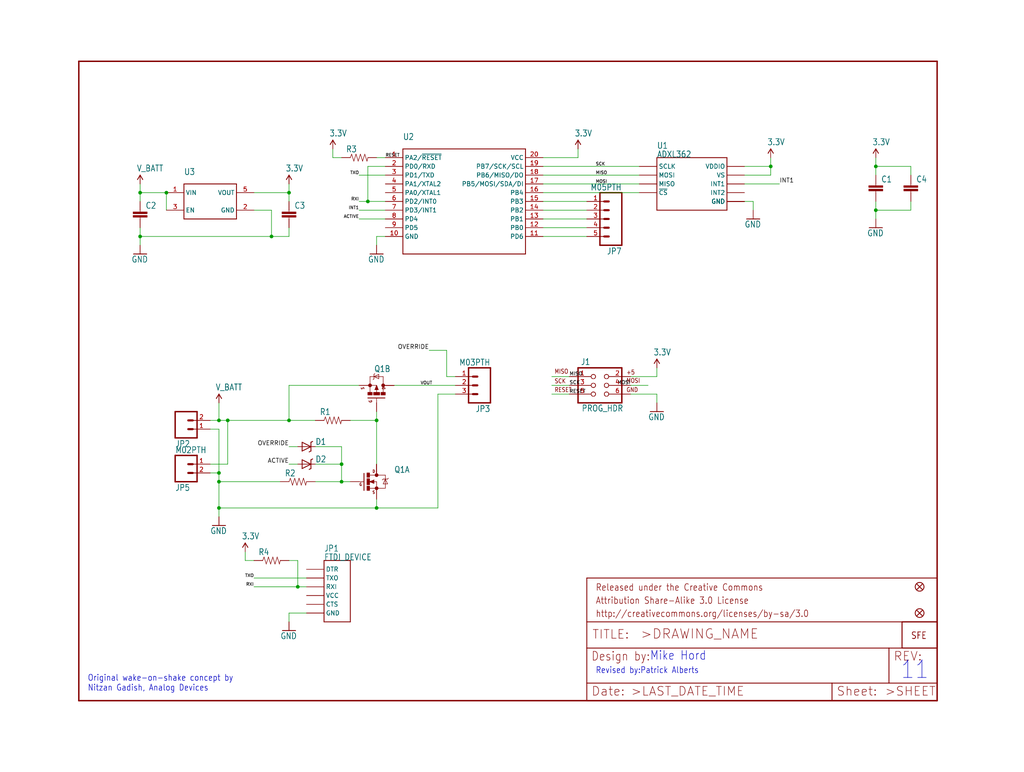
<source format=kicad_sch>
(kicad_sch (version 20211123) (generator eeschema)
  (paper "User" 297.002 223.926)
  (lib_symbols
    (symbol "schematicEagle-eagle-import:0.1UF-25V(+80{slash}-20%)(0603)"
      (property "Reference" "C" (at 1.524 2.921 0))
      (property "Value" "0.1UF-25V(+80{slash}-20%)(0603)" (at 1.524 -2.159 0))
      (symbol "0.1UF-25V(+80{slash}-20%)(0603)_1_0"
        (rectangle (start -2.032 0.508) (end 2.032 1.016) (fill (type outline)))
        (rectangle (start -2.032 1.524) (end 2.032 2.032) (fill (type outline)))
        (polyline (pts (xy 0 0) (xy 0 0.508)) (stroke (width 0.1524)))
        (polyline (pts (xy 0 2.54) (xy 0 2.032)) (stroke (width 0.1524)))
        (pin passive line (at 0 5.08 270) (length 2.54) (name "1") (number "1"))
        (pin passive line (at 0 -2.54 90) (length 2.54) (name "2") (number "2"))
      )
    )
    (symbol "schematicEagle-eagle-import:1.0UF-16V-10%(0603)"
      (property "Reference" "C" (at 1.524 2.921 0))
      (property "Value" "1.0UF-16V-10%(0603)" (at 1.524 -2.159 0))
      (symbol "1.0UF-16V-10%(0603)_1_0"
        (rectangle (start -2.032 0.508) (end 2.032 1.016) (fill (type outline)))
        (rectangle (start -2.032 1.524) (end 2.032 2.032) (fill (type outline)))
        (polyline (pts (xy 0 0) (xy 0 0.508)) (stroke (width 0.1524)))
        (polyline (pts (xy 0 2.54) (xy 0 2.032)) (stroke (width 0.1524)))
        (pin passive line (at 0 5.08 270) (length 2.54) (name "1") (number "1"))
        (pin passive line (at 0 -2.54 90) (length 2.54) (name "2") (number "2"))
      )
    )
    (symbol "schematicEagle-eagle-import:10K-1%RES-00824"
      (property "Reference" "R" (at -3.81 1.4986 0))
      (property "Value" "10K-1%RES-00824" (at -3.81 -3.302 0))
      (symbol "10K-1%RES-00824_1_0"
        (polyline (pts (xy -2.54 0) (xy -2.159 1.016)) (stroke (width 0.1524)))
        (polyline (pts (xy -2.159 1.016) (xy -1.524 -1.016)) (stroke (width 0.1524)))
        (polyline (pts (xy -1.524 -1.016) (xy -0.889 1.016)) (stroke (width 0.1524)))
        (polyline (pts (xy -0.889 1.016) (xy -0.254 -1.016)) (stroke (width 0.1524)))
        (polyline (pts (xy -0.254 -1.016) (xy 0.381 1.016)) (stroke (width 0.1524)))
        (polyline (pts (xy 0.381 1.016) (xy 1.016 -1.016)) (stroke (width 0.1524)))
        (polyline (pts (xy 1.016 -1.016) (xy 1.651 1.016)) (stroke (width 0.1524)))
        (polyline (pts (xy 1.651 1.016) (xy 2.286 -1.016)) (stroke (width 0.1524)))
        (polyline (pts (xy 2.286 -1.016) (xy 2.54 0)) (stroke (width 0.1524)))
        (pin passive line (at -5.08 0 0) (length 2.54) (name "1") (number "1"))
        (pin passive line (at 5.08 0 180) (length 2.54) (name "2") (number "2"))
      )
    )
    (symbol "schematicEagle-eagle-import:1MOHM1{slash}10W1%(0603)"
      (property "Reference" "R" (at -3.81 1.4986 0))
      (property "Value" "1MOHM1{slash}10W1%(0603)" (at -3.81 -3.302 0))
      (symbol "1MOHM1{slash}10W1%(0603)_1_0"
        (polyline (pts (xy -2.54 0) (xy -2.159 1.016)) (stroke (width 0.1524)))
        (polyline (pts (xy -2.159 1.016) (xy -1.524 -1.016)) (stroke (width 0.1524)))
        (polyline (pts (xy -1.524 -1.016) (xy -0.889 1.016)) (stroke (width 0.1524)))
        (polyline (pts (xy -0.889 1.016) (xy -0.254 -1.016)) (stroke (width 0.1524)))
        (polyline (pts (xy -0.254 -1.016) (xy 0.381 1.016)) (stroke (width 0.1524)))
        (polyline (pts (xy 0.381 1.016) (xy 1.016 -1.016)) (stroke (width 0.1524)))
        (polyline (pts (xy 1.016 -1.016) (xy 1.651 1.016)) (stroke (width 0.1524)))
        (polyline (pts (xy 1.651 1.016) (xy 2.286 -1.016)) (stroke (width 0.1524)))
        (polyline (pts (xy 2.286 -1.016) (xy 2.54 0)) (stroke (width 0.1524)))
        (pin passive line (at -5.08 0 0) (length 2.54) (name "1") (number "1"))
        (pin passive line (at 5.08 0 180) (length 2.54) (name "2") (number "2"))
      )
    )
    (symbol "schematicEagle-eagle-import:3.3V" (power)
      (property "Value" "3.3V" (at -1.016 3.556 0))
      (symbol "3.3V_1_0"
        (polyline (pts (xy 0 2.54) (xy -0.762 1.27)) (stroke (width 0.254)))
        (polyline (pts (xy 0.762 1.27) (xy 0 2.54)) (stroke (width 0.254)))
        (pin power_in line (at 0 0 90) (length 2.54) (name "3.3V") (number "1"))
      )
    )
    (symbol "schematicEagle-eagle-import:ADP160"
      (property "Reference" "U" (at -7.62 7.62 0))
      (property "Value" "ADP160" (at -7.62 5.08 0))
      (symbol "ADP160_1_0"
        (polyline (pts (xy -7.62 -5.08) (xy 7.62 -5.08)) (stroke (width 0.254)))
        (polyline (pts (xy -7.62 5.08) (xy -7.62 -5.08)) (stroke (width 0.254)))
        (polyline (pts (xy 7.62 -5.08) (xy 7.62 5.08)) (stroke (width 0.254)))
        (polyline (pts (xy 7.62 5.08) (xy -7.62 5.08)) (stroke (width 0.254)))
        (pin bidirectional line (at -12.7 2.54 0) (length 5.08) (name "VIN") (number "1"))
        (pin bidirectional line (at 12.7 -2.54 180) (length 5.08) (name "GND") (number "2"))
        (pin bidirectional line (at -12.7 -2.54 0) (length 5.08) (name "EN") (number "3"))
        (pin bidirectional line (at 12.7 2.54 180) (length 5.08) (name "VOUT") (number "5"))
      )
    )
    (symbol "schematicEagle-eagle-import:ADXL362ADXL362-1{colon}1"
      (property "Reference" "U" (at -10.16 10.16 0))
      (property "Value" "ADXL362ADXL362-1{colon}1" (at -10.16 7.62 0))
      (symbol "ADXL362ADXL362-1{colon}1_1_0"
        (polyline (pts (xy -10.16 -7.62) (xy 10.16 -7.62)) (stroke (width 0.254)))
        (polyline (pts (xy -10.16 7.62) (xy -10.16 -7.62)) (stroke (width 0.254)))
        (polyline (pts (xy 10.16 -7.62) (xy 10.16 7.62)) (stroke (width 0.254)))
        (polyline (pts (xy 10.16 7.62) (xy -10.16 7.62)) (stroke (width 0.254)))
        (pin bidirectional line (at 15.24 5.08 180) (length 5.08) (name "VDDIO") (number "P$1"))
        (pin bidirectional line (at 15.24 0 180) (length 5.08) (name "INT1") (number "P$11"))
        (pin bidirectional line (at 15.24 -5.08 180) (length 5.08) (name "GND") (number "P$12"))
        (pin bidirectional line (at 15.24 -5.08 180) (length 5.08) (name "GND") (number "P$13"))
        (pin bidirectional line (at 15.24 2.54 180) (length 5.08) (name "VS") (number "P$14"))
        (pin bidirectional line (at 15.24 -5.08 180) (length 5.08) (name "GND") (number "P$16"))
        (pin bidirectional line (at -15.24 5.08 0) (length 5.08) (name "SCLK") (number "P$4"))
        (pin bidirectional line (at -15.24 2.54 0) (length 5.08) (name "MOSI") (number "P$6"))
        (pin bidirectional line (at -15.24 0 0) (length 5.08) (name "MISO") (number "P$7"))
        (pin bidirectional line (at -15.24 -2.54 0) (length 5.08) (name "~{CS}") (number "P$8"))
        (pin bidirectional line (at 15.24 -2.54 180) (length 5.08) (name "INT2") (number "P$9"))
      )
    )
    (symbol "schematicEagle-eagle-import:ATTINY2313A"
      (property "Reference" "U" (at -17.78 17.78 0))
      (property "Value" "ATTINY2313A" (at -17.78 15.24 0))
      (symbol "ATTINY2313A_1_0"
        (polyline (pts (xy -17.78 -15.24) (xy 17.78 -15.24)) (stroke (width 0.254)))
        (polyline (pts (xy -17.78 15.24) (xy -17.78 -15.24)) (stroke (width 0.254)))
        (polyline (pts (xy 17.78 -15.24) (xy 17.78 15.24)) (stroke (width 0.254)))
        (polyline (pts (xy 17.78 15.24) (xy -17.78 15.24)) (stroke (width 0.254)))
        (pin bidirectional line (at -22.86 12.7 0) (length 5.08) (name "PA2/~{RESET}") (number "1"))
        (pin bidirectional line (at -22.86 -10.16 0) (length 5.08) (name "GND") (number "10"))
        (pin bidirectional line (at 22.86 -10.16 180) (length 5.08) (name "PD6") (number "11"))
        (pin bidirectional line (at 22.86 -7.62 180) (length 5.08) (name "PB0") (number "12"))
        (pin bidirectional line (at 22.86 -5.08 180) (length 5.08) (name "PB1") (number "13"))
        (pin bidirectional line (at 22.86 -2.54 180) (length 5.08) (name "PB2") (number "14"))
        (pin bidirectional line (at 22.86 0 180) (length 5.08) (name "PB3") (number "15"))
        (pin bidirectional line (at 22.86 2.54 180) (length 5.08) (name "PB4") (number "16"))
        (pin bidirectional line (at 22.86 5.08 180) (length 5.08) (name "PB5/MOSI/SDA/DI") (number "17"))
        (pin bidirectional line (at 22.86 7.62 180) (length 5.08) (name "PB6/MISO/DO") (number "18"))
        (pin bidirectional line (at 22.86 10.16 180) (length 5.08) (name "PB7/SCK/SCL") (number "19"))
        (pin bidirectional line (at -22.86 10.16 0) (length 5.08) (name "PD0/RXD") (number "2"))
        (pin bidirectional line (at 22.86 12.7 180) (length 5.08) (name "VCC") (number "20"))
        (pin bidirectional line (at -22.86 7.62 0) (length 5.08) (name "PD1/TXD") (number "3"))
        (pin bidirectional line (at -22.86 5.08 0) (length 5.08) (name "PA1/XTAL2") (number "4"))
        (pin bidirectional line (at -22.86 2.54 0) (length 5.08) (name "PA0/XTAL1") (number "5"))
        (pin bidirectional line (at -22.86 0 0) (length 5.08) (name "PD2/INT0") (number "6"))
        (pin bidirectional line (at -22.86 -2.54 0) (length 5.08) (name "PD3/INT1") (number "7"))
        (pin bidirectional line (at -22.86 -5.08 0) (length 5.08) (name "PD4") (number "8"))
        (pin bidirectional line (at -22.86 -7.62 0) (length 5.08) (name "PD5") (number "9"))
      )
    )
    (symbol "schematicEagle-eagle-import:AVR_SPI_PRG_6PTH"
      (property "Reference" "J" (at -4.318 5.842 0))
      (property "Value" "AVR_SPI_PRG_6PTH" (at -4.064 -7.62 0))
      (symbol "AVR_SPI_PRG_6PTH_1_0"
        (polyline (pts (xy -5.08 -5.08) (xy 7.62 -5.08)) (stroke (width 0.4064)))
        (polyline (pts (xy -5.08 5.08) (xy -5.08 -5.08)) (stroke (width 0.4064)))
        (polyline (pts (xy 7.62 -5.08) (xy 7.62 5.08)) (stroke (width 0.4064)))
        (polyline (pts (xy 7.62 5.08) (xy -5.08 5.08)) (stroke (width 0.4064)))
        (text "+5" (at 8.89 3.048 0) (effects (font (size 1.27 1.0795)) (justify left bottom)))
        (text "GND" (at 8.89 -2.032 0) (effects (font (size 1.27 1.0795)) (justify left bottom)))
        (text "MISO" (at -11.938 3.302 0) (effects (font (size 1.27 1.0795)) (justify left bottom)))
        (text "MOSI" (at 8.89 0.635 0) (effects (font (size 1.27 1.0795)) (justify left bottom)))
        (text "RESET" (at -11.938 -2.032 0) (effects (font (size 1.27 1.0795)) (justify left bottom)))
        (text "SCK" (at -11.938 0.508 0) (effects (font (size 1.27 1.0795)) (justify left bottom)))
        (pin passive inverted (at -7.62 2.54 0) (length 7.62) (name "1") (number "1"))
        (pin passive inverted (at 10.16 2.54 180) (length 7.62) (name "2") (number "2"))
        (pin passive inverted (at -7.62 0 0) (length 7.62) (name "3") (number "3"))
        (pin passive inverted (at 10.16 0 180) (length 7.62) (name "4") (number "4"))
        (pin passive inverted (at -7.62 -2.54 0) (length 7.62) (name "5") (number "5"))
        (pin passive inverted (at 10.16 -2.54 180) (length 7.62) (name "6") (number "6"))
      )
    )
    (symbol "schematicEagle-eagle-import:DIODE-SCHOTTKY"
      (property "Reference" "D" (at 2.54 0.4826 0))
      (property "Value" "DIODE-SCHOTTKY" (at 2.54 -2.3114 0))
      (symbol "DIODE-SCHOTTKY_1_0"
        (polyline (pts (xy -1.27 -1.27) (xy 1.27 0)) (stroke (width 0.254)))
        (polyline (pts (xy -1.27 1.27) (xy -1.27 -1.27)) (stroke (width 0.254)))
        (polyline (pts (xy 1.27 -1.27) (xy 0.762 -1.524)) (stroke (width 0.254)))
        (polyline (pts (xy 1.27 0) (xy -1.27 1.27)) (stroke (width 0.254)))
        (polyline (pts (xy 1.27 0) (xy 1.27 -1.27)) (stroke (width 0.254)))
        (polyline (pts (xy 1.27 1.27) (xy 1.27 0)) (stroke (width 0.254)))
        (polyline (pts (xy 1.27 1.27) (xy 1.778 1.524)) (stroke (width 0.254)))
        (pin passive line (at -2.54 0 0) (length 2.54) (name "A") (number "A"))
        (pin passive line (at 2.54 0 180) (length 2.54) (name "C") (number "C"))
      )
    )
    (symbol "schematicEagle-eagle-import:FIDUCIAL1X2"
      (symbol "FIDUCIAL1X2_1_0"
        (polyline (pts (xy -0.762 0.762) (xy 0.762 -0.762)) (stroke (width 0.254)))
        (polyline (pts (xy 0.762 0.762) (xy -0.762 -0.762)) (stroke (width 0.254)))
        (circle (center 0 0) (radius 1.27) (stroke (width 0.254)))
      )
    )
    (symbol "schematicEagle-eagle-import:FRAME-LETTER"
      (symbol "FRAME-LETTER_1_0"
        (polyline (pts (xy 0 0) (xy 248.92 0)) (stroke (width 0.4064)))
        (polyline (pts (xy 0 185.42) (xy 0 0)) (stroke (width 0.4064)))
        (polyline (pts (xy 0 185.42) (xy 248.92 185.42)) (stroke (width 0.4064)))
        (polyline (pts (xy 248.92 185.42) (xy 248.92 0)) (stroke (width 0.4064)))
      )
      (symbol "FRAME-LETTER_2_0"
        (polyline (pts (xy 0 0) (xy 0 5.08)) (stroke (width 0.254)))
        (polyline (pts (xy 0 0) (xy 71.12 0)) (stroke (width 0.254)))
        (polyline (pts (xy 0 5.08) (xy 0 15.24)) (stroke (width 0.254)))
        (polyline (pts (xy 0 5.08) (xy 71.12 5.08)) (stroke (width 0.254)))
        (polyline (pts (xy 0 15.24) (xy 0 22.86)) (stroke (width 0.254)))
        (polyline (pts (xy 0 22.86) (xy 0 35.56)) (stroke (width 0.254)))
        (polyline (pts (xy 0 22.86) (xy 101.6 22.86)) (stroke (width 0.254)))
        (polyline (pts (xy 71.12 0) (xy 101.6 0)) (stroke (width 0.254)))
        (polyline (pts (xy 71.12 5.08) (xy 71.12 0)) (stroke (width 0.254)))
        (polyline (pts (xy 71.12 5.08) (xy 87.63 5.08)) (stroke (width 0.254)))
        (polyline (pts (xy 87.63 5.08) (xy 101.6 5.08)) (stroke (width 0.254)))
        (polyline (pts (xy 87.63 15.24) (xy 0 15.24)) (stroke (width 0.254)))
        (polyline (pts (xy 87.63 15.24) (xy 87.63 5.08)) (stroke (width 0.254)))
        (polyline (pts (xy 101.6 5.08) (xy 101.6 0)) (stroke (width 0.254)))
        (polyline (pts (xy 101.6 15.24) (xy 87.63 15.24)) (stroke (width 0.254)))
        (polyline (pts (xy 101.6 15.24) (xy 101.6 5.08)) (stroke (width 0.254)))
        (polyline (pts (xy 101.6 22.86) (xy 101.6 15.24)) (stroke (width 0.254)))
        (polyline (pts (xy 101.6 35.56) (xy 0 35.56)) (stroke (width 0.254)))
        (polyline (pts (xy 101.6 35.56) (xy 101.6 22.86)) (stroke (width 0.254)))
        (text ">DRAWING_NAME" (at 15.494 17.78 0) (effects (font (size 2.7432 2.7432)) (justify left bottom)))
        (text ">LAST_DATE_TIME" (at 12.7 1.27 0) (effects (font (size 2.54 2.54)) (justify left bottom)))
        (text ">SHEET" (at 86.36 1.27 0) (effects (font (size 2.54 2.54)) (justify left bottom)))
        (text "Attribution Share-Alike 3.0 License" (at 2.54 27.94 0) (effects (font (size 1.9304 1.6408)) (justify left bottom)))
        (text "Date:" (at 1.27 1.27 0) (effects (font (size 2.54 2.54)) (justify left bottom)))
        (text "Design by:" (at 1.27 11.43 0) (effects (font (size 2.54 2.159)) (justify left bottom)))
        (text "http://creativecommons.org/licenses/by-sa/3.0" (at 2.54 24.13 0) (effects (font (size 1.9304 1.6408)) (justify left bottom)))
        (text "Released under the Creative Commons" (at 2.54 31.75 0) (effects (font (size 1.9304 1.6408)) (justify left bottom)))
        (text "REV:" (at 88.9 11.43 0) (effects (font (size 2.54 2.54)) (justify left bottom)))
        (text "Sheet:" (at 72.39 1.27 0) (effects (font (size 2.54 2.54)) (justify left bottom)))
        (text "TITLE:" (at 1.524 17.78 0) (effects (font (size 2.54 2.54)) (justify left bottom)))
      )
    )
    (symbol "schematicEagle-eagle-import:FTDI_DEVICE"
      (property "Reference" "JP" (at 0 10.16 0))
      (property "Value" "FTDI_DEVICE" (at 0 7.62 0))
      (symbol "FTDI_DEVICE_1_0"
        (polyline (pts (xy 0 -10.16) (xy 7.62 -10.16)) (stroke (width 0.254)))
        (polyline (pts (xy 0 7.62) (xy 0 -10.16)) (stroke (width 0.254)))
        (polyline (pts (xy 7.62 -10.16) (xy 7.62 7.62)) (stroke (width 0.254)))
        (polyline (pts (xy 7.62 7.62) (xy 0 7.62)) (stroke (width 0.254)))
        (pin bidirectional line (at -5.08 5.08 0) (length 5.08) (name "DTR") (number "P$1"))
        (pin bidirectional line (at -5.08 2.54 0) (length 5.08) (name "TXO") (number "P$2"))
        (pin bidirectional line (at -5.08 0 0) (length 5.08) (name "RXI") (number "P$3"))
        (pin bidirectional line (at -5.08 -2.54 0) (length 5.08) (name "VCC") (number "P$4"))
        (pin bidirectional line (at -5.08 -5.08 0) (length 5.08) (name "CTS") (number "P$5"))
        (pin bidirectional line (at -5.08 -7.62 0) (length 5.08) (name "GND") (number "P$6"))
      )
    )
    (symbol "schematicEagle-eagle-import:GND" (power)
      (property "Value" "GND" (at -2.54 -2.54 0))
      (symbol "GND_1_0"
        (polyline (pts (xy -1.905 0) (xy 1.905 0)) (stroke (width 0.254)))
        (pin power_in line (at 0 2.54 270) (length 2.54) (name "GND") (number "1"))
      )
    )
    (symbol "schematicEagle-eagle-import:IRF7509"
      (property "Reference" "Q" (at 5.08 2.54 0))
      (property "Value" "IRF7509" (at 5.08 0 0))
      (symbol "IRF7509_1_0"
        (rectangle (start -2.794 -2.54) (end -2.032 -1.27) (fill (type outline)))
        (rectangle (start -2.794 -0.889) (end -2.032 0.889) (fill (type outline)))
        (rectangle (start -2.794 1.27) (end -2.032 2.54) (fill (type outline)))
        (circle (center 0 -1.905) (radius 0.127) (stroke (width 0.4064)))
        (polyline (pts (xy -3.81 0) (xy -5.08 0)) (stroke (width 0.1524)))
        (polyline (pts (xy -3.6576 2.413) (xy -3.6576 -2.54)) (stroke (width 0.254)))
        (polyline (pts (xy -2.032 -1.905) (xy 0 -1.905)) (stroke (width 0.1524)))
        (polyline (pts (xy -2.032 0) (xy -0.762 -0.508)) (stroke (width 0.1524)))
        (polyline (pts (xy -1.778 0) (xy -0.889 -0.254)) (stroke (width 0.3048)))
        (polyline (pts (xy -0.889 -0.254) (xy -0.889 0)) (stroke (width 0.3048)))
        (polyline (pts (xy -0.889 0) (xy -1.143 0)) (stroke (width 0.3048)))
        (polyline (pts (xy -0.889 0) (xy 0 0)) (stroke (width 0.1524)))
        (polyline (pts (xy -0.889 0.254) (xy -1.778 0)) (stroke (width 0.3048)))
        (polyline (pts (xy -0.762 -0.508) (xy -0.762 0.508)) (stroke (width 0.1524)))
        (polyline (pts (xy -0.762 0.508) (xy -2.032 0)) (stroke (width 0.1524)))
        (polyline (pts (xy 0 -1.905) (xy 0 -2.54)) (stroke (width 0.1524)))
        (polyline (pts (xy 0 0) (xy 0 -1.905)) (stroke (width 0.1524)))
        (polyline (pts (xy 0 1.905) (xy -2.0066 1.905)) (stroke (width 0.1524)))
        (polyline (pts (xy 0 1.905) (xy 2.54 1.905)) (stroke (width 0.1524)))
        (polyline (pts (xy 0 2.54) (xy 0 1.905)) (stroke (width 0.1524)))
        (polyline (pts (xy 1.905 -0.635) (xy 3.175 -0.635)) (stroke (width 0.1524)))
        (polyline (pts (xy 1.905 0.762) (xy 1.651 0.508)) (stroke (width 0.1524)))
        (polyline (pts (xy 1.905 0.762) (xy 2.54 0.762)) (stroke (width 0.1524)))
        (polyline (pts (xy 2.54 -1.905) (xy 0 -1.905)) (stroke (width 0.1524)))
        (polyline (pts (xy 2.54 0.762) (xy 1.905 -0.635)) (stroke (width 0.1524)))
        (polyline (pts (xy 2.54 0.762) (xy 2.54 -1.905)) (stroke (width 0.1524)))
        (polyline (pts (xy 2.54 0.762) (xy 3.175 0.762)) (stroke (width 0.1524)))
        (polyline (pts (xy 2.54 1.905) (xy 2.54 0.762)) (stroke (width 0.1524)))
        (polyline (pts (xy 3.175 -0.635) (xy 2.54 0.762)) (stroke (width 0.1524)))
        (polyline (pts (xy 3.175 0.762) (xy 3.429 1.016)) (stroke (width 0.1524)))
        (circle (center 0 1.905) (radius 0.127) (stroke (width 0.4064)))
        (text "D" (at -1.27 2.54 0) (effects (font (size 0.8128 0.6908)) (justify left bottom)))
        (text "G" (at -5.08 -1.27 0) (effects (font (size 0.8128 0.6908)) (justify left bottom)))
        (text "S" (at -1.27 -3.556 0) (effects (font (size 0.8128 0.6908)) (justify left bottom)))
        (pin passive line (at 0 -5.08 90) (length 2.54) (name "S") (number "1"))
        (pin passive line (at -7.62 0 0) (length 2.54) (name "G") (number "2"))
        (pin passive line (at 0 5.08 270) (length 2.54) (name "D") (number "7"))
        (pin passive line (at 0 5.08 270) (length 2.54) (name "D") (number "8"))
      )
      (symbol "IRF7509_2_0"
        (rectangle (start -2.794 -2.54) (end -2.032 -1.27) (fill (type outline)))
        (rectangle (start -2.794 -0.889) (end -2.032 0.889) (fill (type outline)))
        (rectangle (start -2.794 1.27) (end -2.032 2.54) (fill (type outline)))
        (circle (center 0 -1.905) (radius 0.127) (stroke (width 0.4064)))
        (polyline (pts (xy -3.81 0) (xy -5.08 0)) (stroke (width 0.1524)))
        (polyline (pts (xy -3.6576 2.413) (xy -3.6576 -2.54)) (stroke (width 0.254)))
        (polyline (pts (xy -2.032 -1.905) (xy 0 -1.905)) (stroke (width 0.1524)))
        (polyline (pts (xy -1.27 -0.508) (xy 0 0)) (stroke (width 0.1524)))
        (polyline (pts (xy -1.27 0.508) (xy -1.27 -0.508)) (stroke (width 0.1524)))
        (polyline (pts (xy -1.143 -0.254) (xy -0.254 0)) (stroke (width 0.3048)))
        (polyline (pts (xy -1.143 0) (xy -2.032 0)) (stroke (width 0.1524)))
        (polyline (pts (xy -1.143 0) (xy -0.889 0)) (stroke (width 0.3048)))
        (polyline (pts (xy -1.143 0.254) (xy -1.143 0)) (stroke (width 0.3048)))
        (polyline (pts (xy -0.254 0) (xy -1.143 0.254)) (stroke (width 0.3048)))
        (polyline (pts (xy 0 -1.905) (xy 0 -2.54)) (stroke (width 0.1524)))
        (polyline (pts (xy 0 0) (xy -1.27 0.508)) (stroke (width 0.1524)))
        (polyline (pts (xy 0 0) (xy 0 -1.905)) (stroke (width 0.1524)))
        (polyline (pts (xy 0 1.905) (xy -2.0066 1.905)) (stroke (width 0.1524)))
        (polyline (pts (xy 0 1.905) (xy 2.54 1.905)) (stroke (width 0.1524)))
        (polyline (pts (xy 0 2.54) (xy 0 1.905)) (stroke (width 0.1524)))
        (polyline (pts (xy 1.905 -0.762) (xy 1.651 -1.016)) (stroke (width 0.1524)))
        (polyline (pts (xy 1.905 0.635) (xy 2.54 -0.762)) (stroke (width 0.1524)))
        (polyline (pts (xy 2.54 -1.905) (xy 0 -1.905)) (stroke (width 0.1524)))
        (polyline (pts (xy 2.54 -1.905) (xy 2.54 -0.762)) (stroke (width 0.1524)))
        (polyline (pts (xy 2.54 -0.762) (xy 1.905 -0.762)) (stroke (width 0.1524)))
        (polyline (pts (xy 2.54 -0.762) (xy 2.54 1.905)) (stroke (width 0.1524)))
        (polyline (pts (xy 2.54 -0.762) (xy 3.175 0.635)) (stroke (width 0.1524)))
        (polyline (pts (xy 3.175 -0.762) (xy 2.54 -0.762)) (stroke (width 0.1524)))
        (polyline (pts (xy 3.175 -0.762) (xy 3.429 -0.508)) (stroke (width 0.1524)))
        (polyline (pts (xy 3.175 0.635) (xy 1.905 0.635)) (stroke (width 0.1524)))
        (circle (center 0 1.905) (radius 0.127) (stroke (width 0.4064)))
        (text "D" (at -1.27 2.54 0) (effects (font (size 0.8128 0.6908)) (justify left bottom)))
        (text "G" (at -5.08 -1.27 0) (effects (font (size 0.8128 0.6908)) (justify left bottom)))
        (text "S" (at -1.27 -3.556 0) (effects (font (size 0.8128 0.6908)) (justify left bottom)))
        (pin passive line (at 0 -5.08 90) (length 2.54) (name "S") (number "3"))
        (pin passive line (at -7.62 0 0) (length 2.54) (name "G") (number "4"))
        (pin passive line (at 0 5.08 270) (length 2.54) (name "D") (number "5"))
        (pin passive line (at 0 5.08 270) (length 2.54) (name "D") (number "6"))
      )
    )
    (symbol "schematicEagle-eagle-import:LOGO-SFENEW"
      (symbol "LOGO-SFENEW_1_0"
        (polyline (pts (xy -2.54 -2.54) (xy 7.62 -2.54)) (stroke (width 0.254)))
        (polyline (pts (xy -2.54 5.08) (xy -2.54 -2.54)) (stroke (width 0.254)))
        (polyline (pts (xy 7.62 -2.54) (xy 7.62 5.08)) (stroke (width 0.254)))
        (polyline (pts (xy 7.62 5.08) (xy -2.54 5.08)) (stroke (width 0.254)))
        (text "SFE" (at 0 0 0) (effects (font (size 1.9304 1.6408)) (justify left bottom)))
      )
    )
    (symbol "schematicEagle-eagle-import:LOGO-SFENW2"
      (symbol "LOGO-SFENW2_1_0"
        (polyline (pts (xy -2.54 -2.54) (xy 7.62 -2.54)) (stroke (width 0.254)))
        (polyline (pts (xy -2.54 5.08) (xy -2.54 -2.54)) (stroke (width 0.254)))
        (polyline (pts (xy 7.62 -2.54) (xy 7.62 5.08)) (stroke (width 0.254)))
        (polyline (pts (xy 7.62 5.08) (xy -2.54 5.08)) (stroke (width 0.254)))
        (text "SFE" (at 0 0 0) (effects (font (size 1.9304 1.6408)) (justify left bottom)))
      )
    )
    (symbol "schematicEagle-eagle-import:M02-JST-2MM-SMT"
      (property "Reference" "JP" (at -2.54 5.842 0))
      (property "Value" "M02-JST-2MM-SMT" (at -2.54 -5.08 0))
      (symbol "M02-JST-2MM-SMT_1_0"
        (polyline (pts (xy -2.54 5.08) (xy -2.54 -2.54)) (stroke (width 0.4064)))
        (polyline (pts (xy -2.54 5.08) (xy 3.81 5.08)) (stroke (width 0.4064)))
        (polyline (pts (xy 1.27 0) (xy 2.54 0)) (stroke (width 0.6096)))
        (polyline (pts (xy 1.27 2.54) (xy 2.54 2.54)) (stroke (width 0.6096)))
        (polyline (pts (xy 3.81 -2.54) (xy -2.54 -2.54)) (stroke (width 0.4064)))
        (polyline (pts (xy 3.81 -2.54) (xy 3.81 5.08)) (stroke (width 0.4064)))
        (pin passive line (at 7.62 2.54 180) (length 5.08) (name "2") (number "1"))
        (pin passive line (at 7.62 0 180) (length 5.08) (name "1") (number "2"))
      )
    )
    (symbol "schematicEagle-eagle-import:M02PTH"
      (property "Reference" "JP" (at -2.54 5.842 0))
      (property "Value" "M02PTH" (at -2.54 -5.08 0))
      (symbol "M02PTH_1_0"
        (polyline (pts (xy -2.54 5.08) (xy -2.54 -2.54)) (stroke (width 0.4064)))
        (polyline (pts (xy -2.54 5.08) (xy 3.81 5.08)) (stroke (width 0.4064)))
        (polyline (pts (xy 1.27 0) (xy 2.54 0)) (stroke (width 0.6096)))
        (polyline (pts (xy 1.27 2.54) (xy 2.54 2.54)) (stroke (width 0.6096)))
        (polyline (pts (xy 3.81 -2.54) (xy -2.54 -2.54)) (stroke (width 0.4064)))
        (polyline (pts (xy 3.81 -2.54) (xy 3.81 5.08)) (stroke (width 0.4064)))
        (pin passive line (at 7.62 0 180) (length 5.08) (name "1") (number "1"))
        (pin passive line (at 7.62 2.54 180) (length 5.08) (name "2") (number "2"))
      )
    )
    (symbol "schematicEagle-eagle-import:M03PTH"
      (property "Reference" "JP" (at -2.54 5.842 0))
      (property "Value" "M03PTH" (at -2.54 -7.62 0))
      (symbol "M03PTH_1_0"
        (polyline (pts (xy -2.54 5.08) (xy -2.54 -5.08)) (stroke (width 0.4064)))
        (polyline (pts (xy -2.54 5.08) (xy 3.81 5.08)) (stroke (width 0.4064)))
        (polyline (pts (xy 1.27 -2.54) (xy 2.54 -2.54)) (stroke (width 0.6096)))
        (polyline (pts (xy 1.27 0) (xy 2.54 0)) (stroke (width 0.6096)))
        (polyline (pts (xy 1.27 2.54) (xy 2.54 2.54)) (stroke (width 0.6096)))
        (polyline (pts (xy 3.81 -5.08) (xy -2.54 -5.08)) (stroke (width 0.4064)))
        (polyline (pts (xy 3.81 -5.08) (xy 3.81 5.08)) (stroke (width 0.4064)))
        (pin passive line (at 7.62 -2.54 180) (length 5.08) (name "1") (number "1"))
        (pin passive line (at 7.62 0 180) (length 5.08) (name "2") (number "2"))
        (pin passive line (at 7.62 2.54 180) (length 5.08) (name "3") (number "3"))
      )
    )
    (symbol "schematicEagle-eagle-import:M05PTH"
      (property "Reference" "JP" (at -2.54 8.382 0))
      (property "Value" "M05PTH" (at -2.54 -10.16 0))
      (symbol "M05PTH_1_0"
        (polyline (pts (xy -2.54 7.62) (xy -2.54 -7.62)) (stroke (width 0.4064)))
        (polyline (pts (xy -2.54 7.62) (xy 3.81 7.62)) (stroke (width 0.4064)))
        (polyline (pts (xy 1.27 -5.08) (xy 2.54 -5.08)) (stroke (width 0.6096)))
        (polyline (pts (xy 1.27 -2.54) (xy 2.54 -2.54)) (stroke (width 0.6096)))
        (polyline (pts (xy 1.27 0) (xy 2.54 0)) (stroke (width 0.6096)))
        (polyline (pts (xy 1.27 2.54) (xy 2.54 2.54)) (stroke (width 0.6096)))
        (polyline (pts (xy 1.27 5.08) (xy 2.54 5.08)) (stroke (width 0.6096)))
        (polyline (pts (xy 3.81 -7.62) (xy -2.54 -7.62)) (stroke (width 0.4064)))
        (polyline (pts (xy 3.81 -7.62) (xy 3.81 7.62)) (stroke (width 0.4064)))
        (pin passive line (at 7.62 -5.08 180) (length 5.08) (name "1") (number "1"))
        (pin passive line (at 7.62 -2.54 180) (length 5.08) (name "2") (number "2"))
        (pin passive line (at 7.62 0 180) (length 5.08) (name "3") (number "3"))
        (pin passive line (at 7.62 2.54 180) (length 5.08) (name "4") (number "4"))
        (pin passive line (at 7.62 5.08 180) (length 5.08) (name "5") (number "5"))
      )
    )
    (symbol "schematicEagle-eagle-import:RB751"
      (property "Reference" "D" (at 2.54 0.4826 0))
      (property "Value" "RB751" (at 2.54 -2.3114 0))
      (symbol "RB751_1_0"
        (polyline (pts (xy -1.27 -1.27) (xy 1.27 0)) (stroke (width 0.254)))
        (polyline (pts (xy -1.27 1.27) (xy -1.27 -1.27)) (stroke (width 0.254)))
        (polyline (pts (xy 1.27 -1.27) (xy 0.762 -1.524)) (stroke (width 0.254)))
        (polyline (pts (xy 1.27 0) (xy -1.27 1.27)) (stroke (width 0.254)))
        (polyline (pts (xy 1.27 0) (xy 1.27 -1.27)) (stroke (width 0.254)))
        (polyline (pts (xy 1.27 1.27) (xy 1.27 0)) (stroke (width 0.254)))
        (polyline (pts (xy 1.27 1.27) (xy 1.778 1.524)) (stroke (width 0.254)))
        (pin passive line (at -2.54 0 0) (length 2.54) (name "A") (number "A"))
        (pin passive line (at 2.54 0 180) (length 2.54) (name "C") (number "C"))
      )
    )
    (symbol "schematicEagle-eagle-import:V_BATT" (power)
      (property "Value" "V_BATT" (at -1.016 3.556 0))
      (symbol "V_BATT_1_0"
        (polyline (pts (xy 0 2.54) (xy -0.762 1.27)) (stroke (width 0.254)))
        (polyline (pts (xy 0.762 1.27) (xy 0 2.54)) (stroke (width 0.254)))
        (pin power_in line (at 0 0 90) (length 2.54) (name "V_BATT") (number "1"))
      )
    )
  )
  (junction (at 78.74 68.58))
  (junction (at 48.26 55.88))
  (junction (at 63.5 147.32))
  (junction (at 63.5 139.7))
  (junction (at 254 60.96))
  (junction (at 223.52 48.26))
  (junction (at 109.22 147.32))
  (junction (at 86.36 170.18))
  (junction (at 106.68 58.42))
  (junction (at 83.82 55.88))
  (junction (at 63.5 121.92))
  (junction (at 63.5 137.16))
  (junction (at 109.22 121.92))
  (junction (at 66.04 121.92))
  (junction (at 40.64 55.88))
  (junction (at 83.82 121.92))
  (junction (at 99.06 134.62))
  (junction (at 40.64 68.58))
  (junction (at 254 48.26))
  (junction (at 99.06 139.7))
  (wire (pts (xy 88.9 177.8) (xy 83.82 177.8)))
  (wire (pts (xy 127 114.3) (xy 127 147.32)))
  (wire (pts (xy 101.6 121.92) (xy 109.22 121.92)))
  (wire (pts (xy 157.48 50.8) (xy 185.42 50.8)))
  (wire (pts (xy 99.06 129.54) (xy 99.06 134.62)))
  (wire (pts (xy 81.28 139.7) (xy 63.5 139.7)))
  (wire (pts (xy 106.68 48.26) (xy 106.68 58.42)))
  (wire (pts (xy 215.9 50.8) (xy 223.52 50.8)))
  (wire (pts (xy 63.5 137.16) (xy 63.5 124.46)))
  (wire (pts (xy 190.5 109.22) (xy 190.5 106.68)))
  (wire (pts (xy 63.5 139.7) (xy 63.5 137.16)))
  (wire (pts (xy 99.06 139.7) (xy 101.6 139.7)))
  (wire (pts (xy 106.68 58.42) (xy 104.14 58.42)))
  (wire (pts (xy 223.52 50.8) (xy 223.52 48.26)))
  (wire (pts (xy 66.04 121.92) (xy 83.82 121.92)))
  (wire (pts (xy 109.22 119.38) (xy 109.22 121.92)))
  (wire (pts (xy 109.22 68.58) (xy 111.76 68.58)))
  (wire (pts (xy 73.66 60.96) (xy 78.74 60.96)))
  (wire (pts (xy 223.52 48.26) (xy 215.9 48.26)))
  (wire (pts (xy 83.82 121.92) (xy 83.82 111.76)))
  (wire (pts (xy 109.22 121.92) (xy 109.22 134.62)))
  (wire (pts (xy 60.96 137.16) (xy 63.5 137.16)))
  (wire (pts (xy 63.5 121.92) (xy 66.04 121.92)))
  (wire (pts (xy 96.52 43.18) (xy 96.52 45.72)))
  (wire (pts (xy 264.16 60.96) (xy 264.16 58.42)))
  (wire (pts (xy 182.88 111.76) (xy 187.96 111.76)))
  (wire (pts (xy 111.76 63.5) (xy 104.14 63.5)))
  (wire (pts (xy 218.44 58.42) (xy 218.44 60.96)))
  (wire (pts (xy 63.5 147.32) (xy 63.5 139.7)))
  (wire (pts (xy 91.44 139.7) (xy 99.06 139.7)))
  (wire (pts (xy 71.12 162.56) (xy 73.66 162.56)))
  (wire (pts (xy 254 48.26) (xy 254 45.72)))
  (wire (pts (xy 132.08 114.3) (xy 127 114.3)))
  (wire (pts (xy 91.44 129.54) (xy 99.06 129.54)))
  (wire (pts (xy 83.82 55.88) (xy 83.82 53.34)))
  (wire (pts (xy 111.76 48.26) (xy 106.68 48.26)))
  (wire (pts (xy 60.96 121.92) (xy 63.5 121.92)))
  (wire (pts (xy 83.82 121.92) (xy 91.44 121.92)))
  (wire (pts (xy 86.36 162.56) (xy 86.36 170.18)))
  (wire (pts (xy 264.16 48.26) (xy 254 48.26)))
  (wire (pts (xy 165.1 114.3) (xy 160.02 114.3)))
  (wire (pts (xy 40.64 55.88) (xy 40.64 58.42)))
  (wire (pts (xy 157.48 45.72) (xy 167.64 45.72)))
  (wire (pts (xy 88.9 170.18) (xy 86.36 170.18)))
  (wire (pts (xy 157.48 60.96) (xy 170.18 60.96)))
  (wire (pts (xy 111.76 60.96) (xy 104.14 60.96)))
  (wire (pts (xy 157.48 58.42) (xy 170.18 58.42)))
  (wire (pts (xy 182.88 109.22) (xy 190.5 109.22)))
  (wire (pts (xy 182.88 114.3) (xy 190.5 114.3)))
  (wire (pts (xy 63.5 121.92) (xy 63.5 116.84)))
  (wire (pts (xy 109.22 147.32) (xy 63.5 147.32)))
  (wire (pts (xy 40.64 55.88) (xy 40.64 53.34)))
  (wire (pts (xy 86.36 170.18) (xy 73.66 170.18)))
  (wire (pts (xy 48.26 55.88) (xy 40.64 55.88)))
  (wire (pts (xy 78.74 60.96) (xy 78.74 68.58)))
  (wire (pts (xy 264.16 50.8) (xy 264.16 48.26)))
  (wire (pts (xy 109.22 144.78) (xy 109.22 147.32)))
  (wire (pts (xy 157.48 66.04) (xy 170.18 66.04)))
  (wire (pts (xy 71.12 160.02) (xy 71.12 162.56)))
  (wire (pts (xy 157.48 68.58) (xy 170.18 68.58)))
  (wire (pts (xy 99.06 134.62) (xy 99.06 139.7)))
  (wire (pts (xy 114.3 111.76) (xy 132.08 111.76)))
  (wire (pts (xy 91.44 134.62) (xy 99.06 134.62)))
  (wire (pts (xy 254 60.96) (xy 254 58.42)))
  (wire (pts (xy 40.64 68.58) (xy 78.74 68.58)))
  (wire (pts (xy 129.54 101.6) (xy 124.46 101.6)))
  (wire (pts (xy 83.82 55.88) (xy 83.82 58.42)))
  (wire (pts (xy 60.96 134.62) (xy 66.04 134.62)))
  (wire (pts (xy 111.76 50.8) (xy 104.14 50.8)))
  (wire (pts (xy 83.82 162.56) (xy 86.36 162.56)))
  (wire (pts (xy 254 63.5) (xy 254 60.96)))
  (wire (pts (xy 109.22 71.12) (xy 109.22 68.58)))
  (wire (pts (xy 73.66 55.88) (xy 83.82 55.88)))
  (wire (pts (xy 106.68 58.42) (xy 111.76 58.42)))
  (wire (pts (xy 88.9 167.64) (xy 73.66 167.64)))
  (wire (pts (xy 167.64 45.72) (xy 167.64 43.18)))
  (wire (pts (xy 127 147.32) (xy 109.22 147.32)))
  (wire (pts (xy 86.36 134.62) (xy 83.82 134.62)))
  (wire (pts (xy 157.48 55.88) (xy 185.42 55.88)))
  (wire (pts (xy 86.36 129.54) (xy 83.82 129.54)))
  (wire (pts (xy 66.04 134.62) (xy 66.04 121.92)))
  (wire (pts (xy 78.74 68.58) (xy 83.82 68.58)))
  (wire (pts (xy 215.9 58.42) (xy 218.44 58.42)))
  (wire (pts (xy 83.82 177.8) (xy 83.82 180.34)))
  (wire (pts (xy 223.52 45.72) (xy 223.52 48.26)))
  (wire (pts (xy 83.82 68.58) (xy 83.82 66.04)))
  (wire (pts (xy 157.48 63.5) (xy 170.18 63.5)))
  (wire (pts (xy 165.1 111.76) (xy 160.02 111.76)))
  (wire (pts (xy 96.52 45.72) (xy 99.06 45.72)))
  (wire (pts (xy 190.5 114.3) (xy 190.5 116.84)))
  (wire (pts (xy 129.54 109.22) (xy 129.54 101.6)))
  (wire (pts (xy 254 60.96) (xy 264.16 60.96)))
  (wire (pts (xy 40.64 66.04) (xy 40.64 68.58)))
  (wire (pts (xy 215.9 53.34) (xy 226.06 53.34)))
  (wire (pts (xy 132.08 109.22) (xy 129.54 109.22)))
  (wire (pts (xy 109.22 45.72) (xy 111.76 45.72)))
  (wire (pts (xy 254 50.8) (xy 254 48.26)))
  (wire (pts (xy 48.26 60.96) (xy 48.26 55.88)))
  (wire (pts (xy 157.48 48.26) (xy 185.42 48.26)))
  (wire (pts (xy 63.5 147.32) (xy 63.5 149.86)))
  (wire (pts (xy 165.1 109.22) (xy 160.02 109.22)))
  (wire (pts (xy 83.82 111.76) (xy 104.14 111.76)))
  (wire (pts (xy 40.64 68.58) (xy 40.64 71.12)))
  (wire (pts (xy 157.48 53.34) (xy 185.42 53.34)))
  (wire (pts (xy 60.96 124.46) (xy 63.5 124.46)))
  (text "Revised by:Patrick Alberts" (at 172.72 195.58 180) (effects (font (size 1.778 1.5113)) (justify left bottom)))
  (text "Original wake-on-shake concept by\nNitzan Gadish, Analog Devices" (at 25.4 200.66 0) (effects (font (size 1.778 1.5113)) (justify left bottom)))
  (text "11" (at 261.112 197.358 180) (effects (font (size 5.08 4.318)) (justify left bottom)))
  (text "Mike Hord" (at 188.468 191.77 180) (effects (font (size 2.54 2.159)) (justify left bottom)))
  (label "OVERRIDE" (at 83.82 129.54 180) (effects (font (size 1.2446 1.2446))))
  (label "MISO" (at 172.72 50.8 0) (effects (font (size 0.889 0.889))))
  (label "ACTIVE" (at 104.14 63.5 180) (effects (font (size 0.889 0.889))))
  (label "TXO" (at 104.14 50.8 180) (effects (font (size 0.889 0.889))))
  (label "RXI" (at 73.66 170.18 180) (effects (font (size 0.889 0.889))))
  (label "TXO" (at 73.66 167.64 180) (effects (font (size 0.889 0.889))))
  (label "RESET" (at 111.76 45.72 0) (effects (font (size 0.889 0.889))))
  (label "OVERRIDE" (at 124.46 101.6 180) (effects (font (size 1.2446 1.2446))))
  (label "ACTIVE" (at 83.82 134.62 180) (effects (font (size 1.2446 1.2446))))
  (label "MOSI" (at 172.72 53.34 0) (effects (font (size 0.889 0.889))))
  (label "VOUT" (at 121.92 111.76 0) (effects (font (size 0.889 0.889))))
  (label "RXI" (at 104.14 58.42 180) (effects (font (size 0.889 0.889))))
  (label "SCK" (at 165.1 111.76 0) (effects (font (size 1.016 1.016))))
  (label "INT1" (at 226.06 53.34 0) (effects (font (size 1.2446 1.2446))))
  (label "SCK" (at 172.72 48.26 0) (effects (font (size 0.889 0.889))))
  (label "MOSI" (at 182.88 111.76 180) (effects (font (size 1.016 1.016))))
  (label "INT1" (at 104.14 60.96 180) (effects (font (size 0.889 0.889))))
  (label "RESET" (at 165.1 114.3 0) (effects (font (size 1.016 1.016))))
  (label "MISO" (at 165.1 109.22 0) (effects (font (size 1.016 1.016))))
  (symbol (lib_id "schematicEagle-eagle-import:3.3V") (at 223.52 45.72 0) (unit 1)
    (property "Reference" "#P+4" (effects hide))
    (property "Value" "3.3V" (at 222.504 42.164 0) (effects (font (size 1.778 1.5113)) (justify left bottom)))
    (property "Footprint" "schematicEagle:" (effects hide))
  )
  (symbol (lib_id "schematicEagle-eagle-import:FIDUCIAL1X2") (at 266.7 170.18 0) (unit 1)
    (property "Reference" "FID1" (effects hide))
    (property "Value" "FIDUCIAL1X2" (effects hide))
    (property "Footprint" "schematicEagle:FIDUCIAL-1X2" (effects hide))
  )
  (symbol (lib_id "schematicEagle-eagle-import:3.3V") (at 167.64 43.18 0) (unit 1)
    (property "Reference" "#P+3" (effects hide))
    (property "Value" "3.3V" (at 166.624 39.624 0) (effects (font (size 1.778 1.5113)) (justify left bottom)))
    (property "Footprint" "schematicEagle:" (effects hide))
  )
  (symbol (lib_id "schematicEagle-eagle-import:10K-1%RES-00824") (at 104.14 45.72 0) (unit 1)
    (property "Reference" "R3" (at 100.33 44.2214 0) (effects (font (size 1.778 1.5113)) (justify left bottom)))
    (property "Value" "10k" (at 100.33 49.022 0) (effects (font (size 1.778 1.5113)) (justify left bottom)))
    (property "Footprint" "schematicEagle:0603-RES" (effects hide))
    (property "Value" "10k" (effects hide))
  )
  (symbol (lib_id "schematicEagle-eagle-import:GND") (at 109.22 73.66 0) (unit 1)
    (property "Reference" "#GND4" (effects hide))
    (property "Value" "GND" (at 106.68 76.2 0) (effects (font (size 1.778 1.5113)) (justify left bottom)))
    (property "Footprint" "schematicEagle:" (effects hide))
  )
  (symbol (lib_id "schematicEagle-eagle-import:ADP160") (at 60.96 58.42 0) (unit 1)
    (property "Reference" "U3" (at 53.34 50.8 0) (effects (font (size 1.778 1.5113)) (justify left bottom)))
    (property "Value" "ADP160-3.3" (at 53.34 53.34 0) (effects (font (size 1.778 1.5113)) (justify left bottom)))
    (property "Footprint" "schematicEagle:SOT23-5" (effects hide))
    (property "Value" "ADP160-3.3" (effects hide))
    (property "Value" "ADP160-3.3" (effects hide))
  )
  (symbol (lib_id "schematicEagle-eagle-import:1.0UF-16V-10%(0603)") (at 83.82 63.5 0) (unit 1)
    (property "Reference" "C3" (at 85.344 60.579 0) (effects (font (size 1.778 1.5113)) (justify left bottom)))
    (property "Value" "1uF" (at 85.344 65.659 0) (effects (font (size 1.778 1.5113)) (justify left bottom)))
    (property "Footprint" "schematicEagle:0603-CAP" (effects hide))
    (property "Value" "1uF" (effects hide))
  )
  (symbol (lib_id "schematicEagle-eagle-import:1MOHM1{slash}10W1%(0603)") (at 86.36 139.7 0) (unit 1)
    (property "Reference" "R2" (at 82.55 138.2014 0) (effects (font (size 1.778 1.5113)) (justify left bottom)))
    (property "Value" "1M" (at 82.55 143.002 0) (effects (font (size 1.778 1.5113)) (justify left bottom)))
    (property "Footprint" "schematicEagle:0603-RES" (effects hide))
    (property "Value" "1M" (effects hide))
  )
  (symbol (lib_id "schematicEagle-eagle-import:3.3V") (at 96.52 43.18 0) (unit 1)
    (property "Reference" "#P+6" (effects hide))
    (property "Value" "3.3V" (at 95.504 39.624 0) (effects (font (size 1.778 1.5113)) (justify left bottom)))
    (property "Footprint" "schematicEagle:" (effects hide))
  )
  (symbol (lib_id "schematicEagle-eagle-import:LOGO-SFENEW") (at 264.16 185.42 0) (unit 1)
    (property "Reference" "JP6" (effects hide))
    (property "Value" "LOGO-SFENEW" (effects hide))
    (property "Footprint" "schematicEagle:SFE-NEW-WEBLOGO" (effects hide))
  )
  (symbol (lib_id "schematicEagle-eagle-import:0.1UF-25V(+80{slash}-20%)(0603)") (at 254 55.88 0) (unit 1)
    (property "Reference" "C1" (at 255.524 52.959 0) (effects (font (size 1.778 1.5113)) (justify left bottom)))
    (property "Value" ".1uF" (at 255.524 58.039 0) (effects (font (size 1.778 1.5113)) (justify left bottom)))
    (property "Footprint" "schematicEagle:0603-CAP" (effects hide))
    (property "Value" ".1uF" (effects hide))
  )
  (symbol (lib_id "schematicEagle-eagle-import:M02-JST-2MM-SMT") (at 53.34 121.92 0) (mirror x) (unit 1)
    (property "Reference" "JP2" (at 50.8 127.762 0) (effects (font (size 1.778 1.5113)) (justify left bottom)))
    (property "Value" "M02-JST-2MM-SMT" (at 50.8 116.84 0) (effects (font (size 1.778 1.5113)) (justify left bottom)))
    (property "Footprint" "schematicEagle:JST-2-SMD" (effects hide))
    (property "Value" "M02-JST-2MM-SMT" (effects hide))
  )
  (symbol (lib_id "schematicEagle-eagle-import:1MOHM1{slash}10W1%(0603)") (at 96.52 121.92 0) (unit 1)
    (property "Reference" "R1" (at 92.71 120.4214 0) (effects (font (size 1.778 1.5113)) (justify left bottom)))
    (property "Value" "1M" (at 92.71 125.222 0) (effects (font (size 1.778 1.5113)) (justify left bottom)))
    (property "Footprint" "schematicEagle:0603-RES" (effects hide))
    (property "Value" "1M" (effects hide))
  )
  (symbol (lib_id "schematicEagle-eagle-import:ATTINY2313A") (at 134.62 58.42 0) (unit 1)
    (property "Reference" "U2" (at 116.84 40.64 0) (effects (font (size 1.778 1.5113)) (justify left bottom)))
    (property "Value" "ATTINY2313A" (at 116.84 43.18 0) (effects (font (size 1.778 1.5113)) (justify left bottom)))
    (property "Footprint" "schematicEagle:SOP20W" (effects hide))
    (property "Value" "ATTINY2313A" (effects hide))
    (property "Value" "ATTINY2313A" (effects hide))
  )
  (symbol (lib_id "schematicEagle-eagle-import:ADXL362ADXL362-1{colon}1") (at 200.66 53.34 0) (unit 1)
    (property "Reference" "U1" (at 190.5 43.18 0) (effects (font (size 1.778 1.5113)) (justify left bottom)))
    (property "Value" "ADXL362" (at 190.5 45.72 0) (effects (font (size 1.778 1.5113)) (justify left bottom)))
    (property "Footprint" "schematicEagle:ADXL362-1_1" (effects hide))
  )
  (symbol (lib_id "schematicEagle-eagle-import:GND") (at 190.5 119.38 0) (unit 1)
    (property "Reference" "#GND6" (effects hide))
    (property "Value" "GND" (at 187.96 121.92 0) (effects (font (size 1.778 1.5113)) (justify left bottom)))
    (property "Footprint" "schematicEagle:" (effects hide))
  )
  (symbol (lib_id "schematicEagle-eagle-import:GND") (at 63.5 152.4 0) (unit 1)
    (property "Reference" "#GND1" (effects hide))
    (property "Value" "GND" (at 60.96 154.94 0) (effects (font (size 1.778 1.5113)) (justify left bottom)))
    (property "Footprint" "schematicEagle:" (effects hide))
  )
  (symbol (lib_id "schematicEagle-eagle-import:3.3V") (at 83.82 53.34 0) (unit 1)
    (property "Reference" "#P+1" (effects hide))
    (property "Value" "3.3V" (at 82.804 49.784 0) (effects (font (size 1.778 1.5113)) (justify left bottom)))
    (property "Footprint" "schematicEagle:" (effects hide))
  )
  (symbol (lib_id "schematicEagle-eagle-import:GND") (at 218.44 63.5 0) (unit 1)
    (property "Reference" "#GND5" (effects hide))
    (property "Value" "GND" (at 215.9 66.04 0) (effects (font (size 1.778 1.5113)) (justify left bottom)))
    (property "Footprint" "schematicEagle:" (effects hide))
  )
  (symbol (lib_id "schematicEagle-eagle-import:1.0UF-16V-10%(0603)") (at 40.64 63.5 0) (unit 1)
    (property "Reference" "C2" (at 42.164 60.579 0) (effects (font (size 1.778 1.5113)) (justify left bottom)))
    (property "Value" "1uF" (at 42.164 65.659 0) (effects (font (size 1.778 1.5113)) (justify left bottom)))
    (property "Footprint" "schematicEagle:0603-CAP" (effects hide))
    (property "Value" "1uF" (effects hide))
  )
  (symbol (lib_id "schematicEagle-eagle-import:10K-1%RES-00824") (at 78.74 162.56 0) (unit 1)
    (property "Reference" "R4" (at 74.93 161.0614 0) (effects (font (size 1.778 1.5113)) (justify left bottom)))
    (property "Value" "10k" (at 74.93 165.862 0) (effects (font (size 1.778 1.5113)) (justify left bottom)))
    (property "Footprint" "schematicEagle:0603-RES" (effects hide))
    (property "Value" "10k" (effects hide))
  )
  (symbol (lib_id "schematicEagle-eagle-import:FRAME-LETTER") (at 22.86 203.2 0) (unit 1)
    (property "Reference" "FRAME1" (effects hide))
    (property "Value" "FRAME-LETTER" (effects hide))
    (property "Footprint" "schematicEagle:CREATIVE_COMMONS" (effects hide))
  )
  (symbol (lib_id "schematicEagle-eagle-import:M05PTH") (at 177.8 63.5 180) (unit 1)
    (property "Reference" "JP7" (at 180.34 71.882 0) (effects (font (size 1.778 1.5113)) (justify left bottom)))
    (property "Value" "M05PTH" (at 180.34 53.34 0) (effects (font (size 1.778 1.5113)) (justify left bottom)))
    (property "Footprint" "schematicEagle:1X05" (effects hide))
  )
  (symbol (lib_id "schematicEagle-eagle-import:3.3V") (at 71.12 160.02 0) (unit 1)
    (property "Reference" "#P+7" (effects hide))
    (property "Value" "3.3V" (at 70.104 156.464 0) (effects (font (size 1.778 1.5113)) (justify left bottom)))
    (property "Footprint" "schematicEagle:" (effects hide))
  )
  (symbol (lib_id "schematicEagle-eagle-import:0.1UF-25V(+80{slash}-20%)(0603)") (at 264.16 55.88 0) (unit 1)
    (property "Reference" "C4" (at 265.684 52.959 0) (effects (font (size 1.778 1.5113)) (justify left bottom)))
    (property "Value" ".1uF" (at 265.684 58.039 0) (effects (font (size 1.778 1.5113)) (justify left bottom)))
    (property "Footprint" "schematicEagle:0603-CAP" (effects hide))
    (property "Value" ".1uF" (effects hide))
  )
  (symbol (lib_id "schematicEagle-eagle-import:IRF7509") (at 109.22 139.7 0) (unit 1)
    (property "Reference" "Q1" (at 114.3 137.16 0) (effects (font (size 1.778 1.5113)) (justify left bottom)))
    (property "Value" "IRF7509" (at 114.3 139.7 0) (effects (font (size 1.778 1.5113)) (justify left bottom)))
    (property "Footprint" "schematicEagle:MSOP8" (effects hide))
    (property "Value" "IRF7509" (effects hide))
  )
  (symbol (lib_id "schematicEagle-eagle-import:V_BATT") (at 40.64 53.34 0) (unit 1)
    (property "Reference" "#U$2" (effects hide))
    (property "Value" "V_BATT" (at 39.624 49.784 0) (effects (font (size 1.778 1.5113)) (justify left bottom)))
    (property "Footprint" "schematicEagle:" (effects hide))
  )
  (symbol (lib_id "schematicEagle-eagle-import:AVR_SPI_PRG_6PTH") (at 172.72 111.76 0) (unit 1)
    (property "Reference" "J1" (at 168.402 105.918 0) (effects (font (size 1.778 1.5113)) (justify left bottom)))
    (property "Value" "PROG_HDR" (at 168.656 119.38 0) (effects (font (size 1.778 1.5113)) (justify left bottom)))
    (property "Footprint" "schematicEagle:2X3" (effects hide))
  )
  (symbol (lib_id "schematicEagle-eagle-import:3.3V") (at 190.5 106.68 0) (unit 1)
    (property "Reference" "#P+5" (effects hide))
    (property "Value" "3.3V" (at 189.484 103.124 0) (effects (font (size 1.778 1.5113)) (justify left bottom)))
    (property "Footprint" "schematicEagle:" (effects hide))
  )
  (symbol (lib_id "schematicEagle-eagle-import:FRAME-LETTER") (at 170.18 203.2 0) (unit 2)
    (property "Reference" "FRAME1" (effects hide))
    (property "Value" "FRAME-LETTER" (effects hide))
    (property "Footprint" "schematicEagle:CREATIVE_COMMONS" (effects hide))
  )
  (symbol (lib_id "schematicEagle-eagle-import:3.3V") (at 254 45.72 0) (unit 1)
    (property "Reference" "#P+2" (effects hide))
    (property "Value" "3.3V" (at 252.984 42.164 0) (effects (font (size 1.778 1.5113)) (justify left bottom)))
    (property "Footprint" "schematicEagle:" (effects hide))
  )
  (symbol (lib_id "schematicEagle-eagle-import:IRF7509") (at 109.22 111.76 270) (mirror x) (unit 2)
    (property "Reference" "Q1" (at 113.284 107.95 90) (effects (font (size 1.778 1.5113)) (justify right top)))
    (property "Value" "IRF7509" (at 109.22 106.68 0) (effects (font (size 1.778 1.5113)) (justify left bottom)))
    (property "Footprint" "schematicEagle:MSOP8" (effects hide))
    (property "Value" "IRF7509" (effects hide))
  )
  (symbol (lib_id "schematicEagle-eagle-import:GND") (at 254 66.04 0) (unit 1)
    (property "Reference" "#GND3" (effects hide))
    (property "Value" "GND" (at 251.46 68.58 0) (effects (font (size 1.778 1.5113)) (justify left bottom)))
    (property "Footprint" "schematicEagle:" (effects hide))
  )
  (symbol (lib_id "schematicEagle-eagle-import:LOGO-SFENW2") (at 264.16 185.42 0) (unit 1)
    (property "Reference" "JP4" (effects hide))
    (property "Value" "LOGO-SFENW2" (effects hide))
    (property "Footprint" "schematicEagle:SFE-NEW-WEB" (effects hide))
  )
  (symbol (lib_id "schematicEagle-eagle-import:FTDI_DEVICE") (at 93.98 170.18 0) (unit 1)
    (property "Reference" "JP1" (at 93.98 160.02 0) (effects (font (size 1.778 1.5113)) (justify left bottom)))
    (property "Value" "FTDI_DEVICE" (at 93.98 162.56 0) (effects (font (size 1.778 1.5113)) (justify left bottom)))
    (property "Footprint" "schematicEagle:FTDI_DEVICE_SIDE" (effects hide))
  )
  (symbol (lib_id "schematicEagle-eagle-import:M03PTH") (at 139.7 111.76 180) (unit 1)
    (property "Reference" "JP3" (at 142.24 117.602 0) (effects (font (size 1.778 1.5113)) (justify left bottom)))
    (property "Value" "M03PTH" (at 142.24 104.14 0) (effects (font (size 1.778 1.5113)) (justify left bottom)))
    (property "Footprint" "schematicEagle:1X03" (effects hide))
  )
  (symbol (lib_id "schematicEagle-eagle-import:GND") (at 83.82 182.88 0) (unit 1)
    (property "Reference" "#GND7" (effects hide))
    (property "Value" "GND" (at 81.28 185.42 0) (effects (font (size 1.778 1.5113)) (justify left bottom)))
    (property "Footprint" "schematicEagle:" (effects hide))
  )
  (symbol (lib_id "schematicEagle-eagle-import:RB751") (at 88.9 129.54 0) (unit 1)
    (property "Reference" "D1" (at 91.44 129.0574 0) (effects (font (size 1.778 1.5113)) (justify left bottom)))
    (property "Value" "RB751" (at 91.44 131.8514 0) (effects (font (size 1.778 1.5113)) (justify left bottom)))
    (property "Footprint" "schematicEagle:SOD-523" (effects hide))
    (property "Value" "RB751" (effects hide))
  )
  (symbol (lib_id "schematicEagle-eagle-import:FIDUCIAL1X2") (at 266.7 177.8 0) (unit 1)
    (property "Reference" "FID2" (effects hide))
    (property "Value" "FIDUCIAL1X2" (effects hide))
    (property "Footprint" "schematicEagle:FIDUCIAL-1X2" (effects hide))
  )
  (symbol (lib_id "schematicEagle-eagle-import:DIODE-SCHOTTKY") (at 88.9 134.62 0) (unit 1)
    (property "Reference" "D2" (at 91.44 134.1374 0) (effects (font (size 1.778 1.5113)) (justify left bottom)))
    (property "Value" "RB751" (at 91.44 136.9314 0) (effects (font (size 1.778 1.5113)) (justify left bottom)))
    (property "Footprint" "schematicEagle:SOD-523" (effects hide))
    (property "Value" "RB751" (effects hide))
  )
  (symbol (lib_id "schematicEagle-eagle-import:GND") (at 40.64 73.66 0) (unit 1)
    (property "Reference" "#GND2" (effects hide))
    (property "Value" "GND" (at 38.1 76.2 0) (effects (font (size 1.778 1.5113)) (justify left bottom)))
    (property "Footprint" "schematicEagle:" (effects hide))
  )
  (symbol (lib_id "schematicEagle-eagle-import:V_BATT") (at 63.5 116.84 0) (unit 1)
    (property "Reference" "#U$1" (effects hide))
    (property "Value" "V_BATT" (at 62.484 113.284 0) (effects (font (size 1.778 1.5113)) (justify left bottom)))
    (property "Footprint" "schematicEagle:" (effects hide))
  )
  (symbol (lib_id "schematicEagle-eagle-import:M02PTH") (at 53.34 134.62 0) (mirror x) (unit 1)
    (property "Reference" "JP5" (at 50.8 140.462 0) (effects (font (size 1.778 1.5113)) (justify left bottom)))
    (property "Value" "M02PTH" (at 50.8 129.54 0) (effects (font (size 1.778 1.5113)) (justify left bottom)))
    (property "Footprint" "schematicEagle:1X02" (effects hide))
  )
)
</source>
